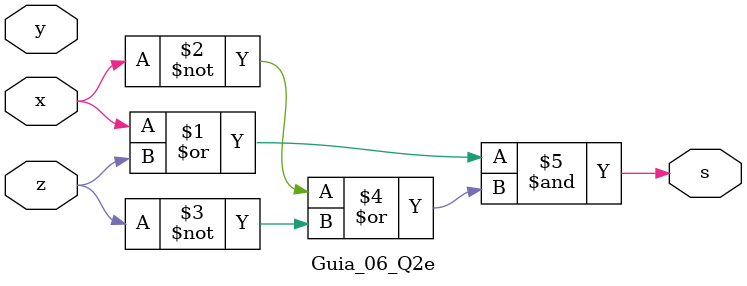
<source format=v>
/*
870863_Gabriel_Matos_Nogueira
Guia_06.v
*/

// a) f(x,y,z) = x + z' . y + z'
module Guia_06_Q2a (output s, input x, y, z);
  assign s = (x | ~z) & (y | ~z);
endmodule

// b) f(x,y,z) = x + z . y' + z
module Guia_06_Q2b (output s, input x, y, z);
  assign s = (x | z) & (~y | z);
endmodule

// c) f(x,y,z) = y + z' . y' + Z
module Guia_06_Q2c (output s, input x, y, z);
  assign s = (y | ~z) & (~y | z);
endmodule

// d) f(x,y,z) = x + z . x' + z'
module Guia_06_Q2d (output s, input x, y, z);
  assign s = (x | y) & (x | ~z) & (~y | ~z);
endmodule

// e) f(x,y,z) = x + z . x' + z'
module Guia_06_Q2e (output s, input x, y, z);
  assign s = (x | z) & (~x | ~z);
endmodule
</source>
